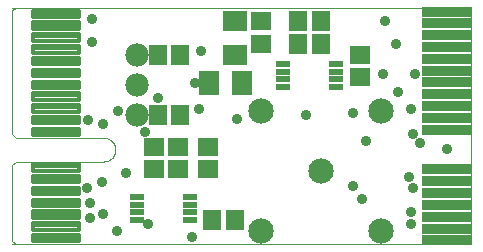
<source format=gts>
G75*
%MOIN*%
%OFA0B0*%
%FSLAX25Y25*%
%IPPOS*%
%LPD*%
%AMOC8*
5,1,8,0,0,1.08239X$1,22.5*
%
%ADD10C,0.00000*%
%ADD11R,0.06706X0.05918*%
%ADD12R,0.05918X0.06706*%
%ADD13R,0.07099X0.07887*%
%ADD14R,0.07887X0.07099*%
%ADD15R,0.04737X0.02375*%
%ADD16C,0.07800*%
%ADD17R,0.16548X0.03753*%
%ADD18C,0.01422*%
%ADD19C,0.08450*%
%ADD20C,0.03600*%
D10*
X0011031Y0023276D02*
X0164078Y0023276D01*
X0164078Y0102026D01*
X0011031Y0102026D01*
X0011228Y0101238D02*
X0012409Y0102026D01*
X0033276Y0102026D01*
X0011228Y0101238D02*
X0011228Y0059900D01*
X0012409Y0058719D01*
X0033276Y0058719D01*
X0033472Y0058719D02*
X0041740Y0058719D01*
X0041864Y0058717D01*
X0041987Y0058711D01*
X0042111Y0058702D01*
X0042233Y0058688D01*
X0042356Y0058671D01*
X0042478Y0058649D01*
X0042599Y0058624D01*
X0042719Y0058595D01*
X0042838Y0058563D01*
X0042957Y0058526D01*
X0043074Y0058486D01*
X0043189Y0058443D01*
X0043304Y0058395D01*
X0043416Y0058344D01*
X0043527Y0058290D01*
X0043637Y0058232D01*
X0043744Y0058171D01*
X0043850Y0058106D01*
X0043953Y0058038D01*
X0044054Y0057967D01*
X0044153Y0057893D01*
X0044250Y0057816D01*
X0044344Y0057735D01*
X0044435Y0057652D01*
X0044524Y0057566D01*
X0044610Y0057477D01*
X0044693Y0057386D01*
X0044774Y0057292D01*
X0044851Y0057195D01*
X0044925Y0057096D01*
X0044996Y0056995D01*
X0045064Y0056892D01*
X0045129Y0056786D01*
X0045190Y0056679D01*
X0045248Y0056569D01*
X0045302Y0056458D01*
X0045353Y0056346D01*
X0045401Y0056231D01*
X0045444Y0056116D01*
X0045484Y0055999D01*
X0045521Y0055880D01*
X0045553Y0055761D01*
X0045582Y0055641D01*
X0045607Y0055520D01*
X0045629Y0055398D01*
X0045646Y0055275D01*
X0045660Y0055153D01*
X0045669Y0055029D01*
X0045675Y0054906D01*
X0045677Y0054782D01*
X0045675Y0054658D01*
X0045669Y0054535D01*
X0045660Y0054411D01*
X0045646Y0054289D01*
X0045629Y0054166D01*
X0045607Y0054044D01*
X0045582Y0053923D01*
X0045553Y0053803D01*
X0045521Y0053684D01*
X0045484Y0053565D01*
X0045444Y0053448D01*
X0045401Y0053333D01*
X0045353Y0053218D01*
X0045302Y0053106D01*
X0045248Y0052995D01*
X0045190Y0052885D01*
X0045129Y0052778D01*
X0045064Y0052672D01*
X0044996Y0052569D01*
X0044925Y0052468D01*
X0044851Y0052369D01*
X0044774Y0052272D01*
X0044693Y0052178D01*
X0044610Y0052087D01*
X0044524Y0051998D01*
X0044435Y0051912D01*
X0044344Y0051829D01*
X0044250Y0051748D01*
X0044153Y0051671D01*
X0044054Y0051597D01*
X0043953Y0051526D01*
X0043850Y0051458D01*
X0043744Y0051393D01*
X0043637Y0051332D01*
X0043527Y0051274D01*
X0043416Y0051220D01*
X0043304Y0051169D01*
X0043189Y0051121D01*
X0043074Y0051078D01*
X0042957Y0051038D01*
X0042838Y0051001D01*
X0042719Y0050969D01*
X0042599Y0050940D01*
X0042478Y0050915D01*
X0042356Y0050893D01*
X0042233Y0050876D01*
X0042111Y0050862D01*
X0041987Y0050853D01*
X0041864Y0050847D01*
X0041740Y0050845D01*
X0012409Y0050845D01*
X0011228Y0049664D01*
X0011228Y0024467D01*
X0012409Y0023286D01*
X0056504Y0023286D01*
D11*
X0058531Y0048286D03*
X0066656Y0048286D03*
X0076656Y0048286D03*
X0076656Y0055766D03*
X0066656Y0055766D03*
X0058531Y0055766D03*
X0094156Y0090161D03*
X0094156Y0097641D03*
X0127281Y0086391D03*
X0127281Y0078911D03*
D12*
X0114147Y0090151D03*
X0106666Y0090151D03*
X0106666Y0097651D03*
X0114147Y0097651D03*
X0067272Y0086401D03*
X0059791Y0086401D03*
X0059791Y0066401D03*
X0067272Y0066401D03*
X0077916Y0031401D03*
X0085397Y0031401D03*
D13*
X0087793Y0077026D03*
X0076770Y0077026D03*
D14*
X0085406Y0086514D03*
X0085406Y0097538D03*
D15*
X0101501Y0083360D03*
X0101501Y0080801D03*
X0101501Y0078242D03*
X0101501Y0075683D03*
X0119316Y0075683D03*
X0119316Y0078242D03*
X0119316Y0080801D03*
X0119316Y0083360D03*
X0070562Y0038993D03*
X0070562Y0036434D03*
X0070562Y0033875D03*
X0070562Y0031316D03*
X0052747Y0031316D03*
X0052747Y0033875D03*
X0052747Y0036434D03*
X0052747Y0038993D03*
D16*
X0052906Y0066401D03*
X0052906Y0076401D03*
X0052906Y0086401D03*
D17*
X0156282Y0085072D03*
X0156282Y0089009D03*
X0156282Y0092946D03*
X0156282Y0096883D03*
X0156282Y0100820D03*
X0156282Y0081135D03*
X0156282Y0077198D03*
X0156282Y0073261D03*
X0156282Y0069324D03*
X0156282Y0065387D03*
X0156282Y0061450D03*
X0156282Y0048182D03*
X0156282Y0044245D03*
X0156282Y0040308D03*
X0156282Y0036371D03*
X0156282Y0032434D03*
X0156282Y0028497D03*
X0156282Y0024560D03*
D18*
X0033358Y0024187D02*
X0018232Y0024187D01*
X0018232Y0026321D01*
X0033358Y0026321D01*
X0033358Y0024187D01*
X0033358Y0025608D02*
X0018232Y0025608D01*
X0018232Y0028124D02*
X0033358Y0028124D01*
X0018232Y0028124D02*
X0018232Y0030258D01*
X0033358Y0030258D01*
X0033358Y0028124D01*
X0033358Y0029545D02*
X0018232Y0029545D01*
X0018232Y0032061D02*
X0033358Y0032061D01*
X0018232Y0032061D02*
X0018232Y0034195D01*
X0033358Y0034195D01*
X0033358Y0032061D01*
X0033358Y0033482D02*
X0018232Y0033482D01*
X0018232Y0035998D02*
X0033358Y0035998D01*
X0018232Y0035998D02*
X0018232Y0038132D01*
X0033358Y0038132D01*
X0033358Y0035998D01*
X0033358Y0037419D02*
X0018232Y0037419D01*
X0018232Y0039935D02*
X0033358Y0039935D01*
X0018232Y0039935D02*
X0018232Y0042069D01*
X0033358Y0042069D01*
X0033358Y0039935D01*
X0033358Y0041356D02*
X0018232Y0041356D01*
X0018232Y0043872D02*
X0033358Y0043872D01*
X0018232Y0043872D02*
X0018232Y0046006D01*
X0033358Y0046006D01*
X0033358Y0043872D01*
X0033358Y0045293D02*
X0018232Y0045293D01*
X0018232Y0047809D02*
X0033358Y0047809D01*
X0018232Y0047809D02*
X0018232Y0049943D01*
X0033358Y0049943D01*
X0033358Y0047809D01*
X0033358Y0049230D02*
X0018232Y0049230D01*
X0018232Y0059620D02*
X0033358Y0059620D01*
X0018232Y0059620D02*
X0018232Y0061754D01*
X0033358Y0061754D01*
X0033358Y0059620D01*
X0033358Y0061041D02*
X0018232Y0061041D01*
X0018232Y0063557D02*
X0033358Y0063557D01*
X0018232Y0063557D02*
X0018232Y0065691D01*
X0033358Y0065691D01*
X0033358Y0063557D01*
X0033358Y0064978D02*
X0018232Y0064978D01*
X0018232Y0067494D02*
X0033358Y0067494D01*
X0018232Y0067494D02*
X0018232Y0069628D01*
X0033358Y0069628D01*
X0033358Y0067494D01*
X0033358Y0068915D02*
X0018232Y0068915D01*
X0018232Y0071431D02*
X0033358Y0071431D01*
X0018232Y0071431D02*
X0018232Y0073565D01*
X0033358Y0073565D01*
X0033358Y0071431D01*
X0033358Y0072852D02*
X0018232Y0072852D01*
X0018232Y0075368D02*
X0033358Y0075368D01*
X0018232Y0075368D02*
X0018232Y0077502D01*
X0033358Y0077502D01*
X0033358Y0075368D01*
X0033358Y0076789D02*
X0018232Y0076789D01*
X0018232Y0079305D02*
X0033358Y0079305D01*
X0018232Y0079305D02*
X0018232Y0081439D01*
X0033358Y0081439D01*
X0033358Y0079305D01*
X0033358Y0080726D02*
X0018232Y0080726D01*
X0018232Y0083242D02*
X0033358Y0083242D01*
X0018232Y0083242D02*
X0018232Y0085376D01*
X0033358Y0085376D01*
X0033358Y0083242D01*
X0033358Y0084663D02*
X0018232Y0084663D01*
X0018232Y0087179D02*
X0033358Y0087179D01*
X0018232Y0087179D02*
X0018232Y0089313D01*
X0033358Y0089313D01*
X0033358Y0087179D01*
X0033358Y0088600D02*
X0018232Y0088600D01*
X0018232Y0091116D02*
X0033358Y0091116D01*
X0018232Y0091116D02*
X0018232Y0093250D01*
X0033358Y0093250D01*
X0033358Y0091116D01*
X0033358Y0092537D02*
X0018232Y0092537D01*
X0018232Y0095053D02*
X0033358Y0095053D01*
X0018232Y0095053D02*
X0018232Y0097187D01*
X0033358Y0097187D01*
X0033358Y0095053D01*
X0033358Y0096474D02*
X0018232Y0096474D01*
X0018232Y0098990D02*
X0033358Y0098990D01*
X0018232Y0098990D02*
X0018232Y0101124D01*
X0033358Y0101124D01*
X0033358Y0098990D01*
X0033358Y0100411D02*
X0018232Y0100411D01*
D19*
X0094156Y0067651D03*
X0114156Y0047651D03*
X0134156Y0067651D03*
X0134156Y0027651D03*
X0094156Y0027651D03*
D20*
X0071031Y0025776D03*
X0056656Y0030151D03*
X0046031Y0027651D03*
X0041656Y0033276D03*
X0037281Y0032026D03*
X0037281Y0037026D03*
X0036031Y0042026D03*
X0041031Y0043901D03*
X0049156Y0047026D03*
X0055406Y0060776D03*
X0046656Y0067651D03*
X0041656Y0063276D03*
X0036656Y0064526D03*
X0059781Y0072026D03*
X0072281Y0077026D03*
X0073531Y0068276D03*
X0086031Y0065151D03*
X0109156Y0066401D03*
X0124781Y0067026D03*
X0139781Y0073901D03*
X0144156Y0068276D03*
X0144781Y0060151D03*
X0147281Y0057026D03*
X0156031Y0055151D03*
X0143531Y0045776D03*
X0144781Y0042026D03*
X0144156Y0033901D03*
X0144156Y0030151D03*
X0127906Y0038276D03*
X0124781Y0042651D03*
X0129156Y0057651D03*
X0134781Y0080151D03*
X0145406Y0080151D03*
X0139156Y0090151D03*
X0135406Y0097651D03*
X0074156Y0087651D03*
X0037906Y0090776D03*
X0037906Y0098276D03*
M02*

</source>
